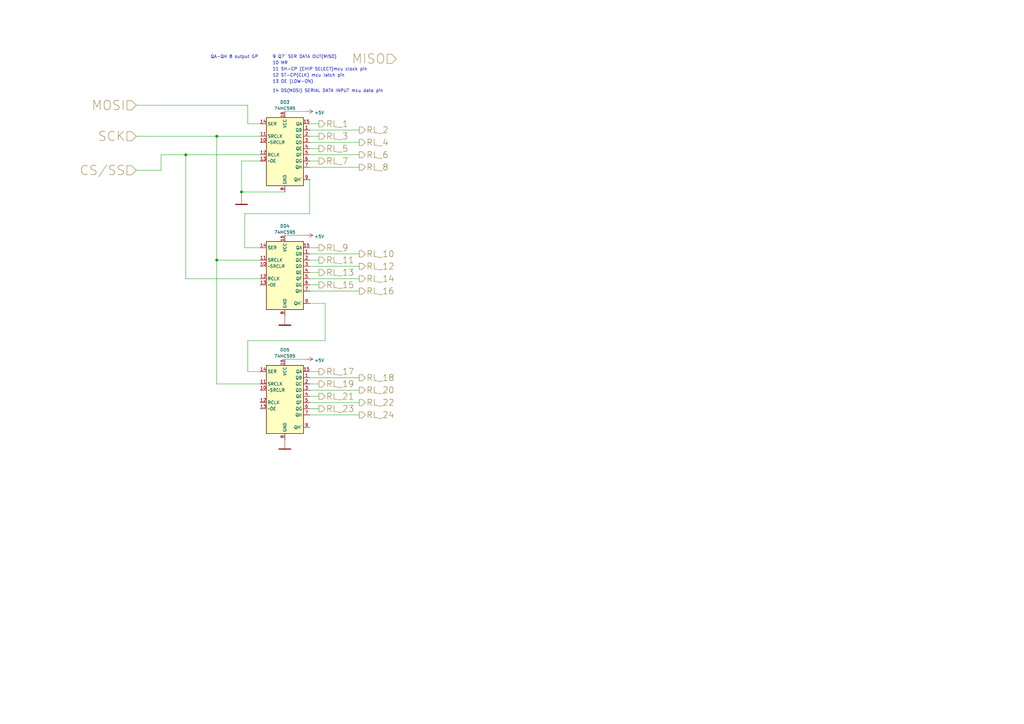
<source format=kicad_sch>
(kicad_sch (version 20210621) (generator eeschema)

  (uuid f3e9d218-bfa9-47e0-86eb-88e767012ce2)

  (paper "A3")

  (lib_symbols
    (symbol "[LTM][Power]:GND" (power) (pin_numbers hide) (pin_names (offset 0) hide) (in_bom yes) (on_board yes)
      (property "Reference" "#PWR" (id 0) (at 0 1.27 0)
        (effects (font (size 1.524 1.524)) hide)
      )
      (property "Value" "GND" (id 1) (at 0 -6.35 0)
        (effects (font (size 2.54 2.54) italic) hide)
      )
      (property "Footprint" "" (id 2) (at 0 0 0)
        (effects (font (size 1.524 1.524)))
      )
      (property "Datasheet" "" (id 3) (at 0 0 0)
        (effects (font (size 1.524 1.524)) hide)
      )
      (symbol "GND_0_1"
        (rectangle (start -2.4892 -3.683) (end 2.4892 -3.9878)
          (stroke (width 0)) (fill (type outline))
        )
        (polyline
          (pts
            (xy 0 0)
            (xy 0 -3.81)
          )
          (stroke (width 0)) (fill (type none))
        )
      )
      (symbol "GND_1_1"
        (pin power_in line (at 0 0 270) (length 0) hide
          (name "GND" (effects (font (size 1.27 1.27))))
          (number "1" (effects (font (size 1.27 1.27))))
        )
      )
    )
    (symbol "my_Library:74HC595" (in_bom yes) (on_board yes)
      (property "Reference" "DD" (id 0) (at 0 19.05 0)
        (effects (font (size 1.27 1.27)))
      )
      (property "Value" "74HC595" (id 1) (at 0 16.51 0)
        (effects (font (size 1.27 1.27)))
      )
      (property "Footprint" "my_Library_ftprint:DIP-16_W7.62mm_Socket_LongPads" (id 2) (at 0 0 0)
        (effects (font (size 1.27 1.27)) hide)
      )
      (property "Datasheet" "http://www.ti.com/lit/ds/symlink/sn74hc595.pdf" (id 3) (at 0 0 0)
        (effects (font (size 1.27 1.27)) hide)
      )
      (property "ki_keywords" "HCMOS SR 3State" (id 4) (at 0 0 0)
        (effects (font (size 1.27 1.27)) hide)
      )
      (property "ki_description" "8-bit serial in/out Shift Register 3-State Outputs" (id 5) (at 0 0 0)
        (effects (font (size 1.27 1.27)) hide)
      )
      (property "ki_fp_filters" "DIP*W7.62mm* SOIC*3.9x9.9mm*P1.27mm* TSSOP*4.4x5mm*P0.65mm* SOIC*5.3x10.2mm*P1.27mm* SOIC*7.5x10.3mm*P1.27mm*" (id 6) (at 0 0 0)
        (effects (font (size 1.27 1.27)) hide)
      )
      (symbol "74HC595_1_0"
        (pin tri_state line (at 10.16 7.62 180) (length 2.54)
          (name "QB" (effects (font (size 1.27 1.27))))
          (number "1" (effects (font (size 1.27 1.27))))
        )
        (pin input line (at -10.16 2.54 0) (length 2.54)
          (name "~SRCLR" (effects (font (size 1.27 1.27))))
          (number "10" (effects (font (size 1.27 1.27))))
        )
        (pin input line (at -10.16 5.08 0) (length 2.54)
          (name "SRCLK" (effects (font (size 1.27 1.27))))
          (number "11" (effects (font (size 1.27 1.27))))
        )
        (pin input line (at -10.16 -2.54 0) (length 2.54)
          (name "RCLK" (effects (font (size 1.27 1.27))))
          (number "12" (effects (font (size 1.27 1.27))))
        )
        (pin input line (at -10.16 -5.08 0) (length 2.54)
          (name "~OE" (effects (font (size 1.27 1.27))))
          (number "13" (effects (font (size 1.27 1.27))))
        )
        (pin input line (at -10.16 10.16 0) (length 2.54)
          (name "SER" (effects (font (size 1.27 1.27))))
          (number "14" (effects (font (size 1.27 1.27))))
        )
        (pin tri_state line (at 10.16 10.16 180) (length 2.54)
          (name "QA" (effects (font (size 1.27 1.27))))
          (number "15" (effects (font (size 1.27 1.27))))
        )
        (pin power_in line (at 0 15.24 270) (length 2.54)
          (name "VCC" (effects (font (size 1.27 1.27))))
          (number "16" (effects (font (size 1.27 1.27))))
        )
        (pin tri_state line (at 10.16 5.08 180) (length 2.54)
          (name "QC" (effects (font (size 1.27 1.27))))
          (number "2" (effects (font (size 1.27 1.27))))
        )
        (pin tri_state line (at 10.16 2.54 180) (length 2.54)
          (name "QD" (effects (font (size 1.27 1.27))))
          (number "3" (effects (font (size 1.27 1.27))))
        )
        (pin tri_state line (at 10.16 0 180) (length 2.54)
          (name "QE" (effects (font (size 1.27 1.27))))
          (number "4" (effects (font (size 1.27 1.27))))
        )
        (pin tri_state line (at 10.16 -2.54 180) (length 2.54)
          (name "QF" (effects (font (size 1.27 1.27))))
          (number "5" (effects (font (size 1.27 1.27))))
        )
        (pin tri_state line (at 10.16 -5.08 180) (length 2.54)
          (name "QG" (effects (font (size 1.27 1.27))))
          (number "6" (effects (font (size 1.27 1.27))))
        )
        (pin tri_state line (at 10.16 -7.62 180) (length 2.54)
          (name "QH" (effects (font (size 1.27 1.27))))
          (number "7" (effects (font (size 1.27 1.27))))
        )
        (pin power_in line (at 0 -17.78 90) (length 2.54)
          (name "GND" (effects (font (size 1.27 1.27))))
          (number "8" (effects (font (size 1.27 1.27))))
        )
        (pin output line (at 10.16 -12.7 180) (length 2.54)
          (name "QH'" (effects (font (size 1.27 1.27))))
          (number "9" (effects (font (size 1.27 1.27))))
        )
      )
      (symbol "74HC595_1_1"
        (rectangle (start -7.62 12.7) (end 7.62 -15.24)
          (stroke (width 0.254)) (fill (type background))
        )
      )
    )
    (symbol "power:+5V" (power) (pin_names (offset 0)) (in_bom yes) (on_board yes)
      (property "Reference" "#PWR" (id 0) (at 0 -3.81 0)
        (effects (font (size 1.27 1.27)) hide)
      )
      (property "Value" "+5V" (id 1) (at 0 3.556 0)
        (effects (font (size 1.27 1.27)))
      )
      (property "Footprint" "" (id 2) (at 0 0 0)
        (effects (font (size 1.27 1.27)) hide)
      )
      (property "Datasheet" "" (id 3) (at 0 0 0)
        (effects (font (size 1.27 1.27)) hide)
      )
      (property "ki_keywords" "power-flag" (id 4) (at 0 0 0)
        (effects (font (size 1.27 1.27)) hide)
      )
      (property "ki_description" "Power symbol creates a global label with name \"+5V\"" (id 5) (at 0 0 0)
        (effects (font (size 1.27 1.27)) hide)
      )
      (symbol "+5V_0_1"
        (polyline
          (pts
            (xy -0.762 1.27)
            (xy 0 2.54)
          )
          (stroke (width 0)) (fill (type none))
        )
        (polyline
          (pts
            (xy 0 0)
            (xy 0 2.54)
          )
          (stroke (width 0)) (fill (type none))
        )
        (polyline
          (pts
            (xy 0 2.54)
            (xy 0.762 1.27)
          )
          (stroke (width 0)) (fill (type none))
        )
      )
      (symbol "+5V_1_1"
        (pin power_in line (at 0 0 90) (length 0) hide
          (name "+5V" (effects (font (size 1.27 1.27))))
          (number "1" (effects (font (size 1.27 1.27))))
        )
      )
    )
  )

  (junction (at 76.2 63.5) (diameter 1.016) (color 0 0 0 0))
  (junction (at 88.9 55.88) (diameter 1.016) (color 0 0 0 0))
  (junction (at 88.9 106.68) (diameter 1.016) (color 0 0 0 0))
  (junction (at 99.06 78.74) (diameter 1.016) (color 0 0 0 0))

  (wire (pts (xy 55.88 43.18) (xy 101.6 43.18))
    (stroke (width 0) (type solid) (color 0 0 0 0))
    (uuid d0c3b84a-499a-40be-950c-a8d77fcbc047)
  )
  (wire (pts (xy 55.88 55.88) (xy 88.9 55.88))
    (stroke (width 0) (type solid) (color 0 0 0 0))
    (uuid c970506d-5dcb-4a17-af73-e3a70a931e5a)
  )
  (wire (pts (xy 55.88 69.85) (xy 66.04 69.85))
    (stroke (width 0) (type solid) (color 0 0 0 0))
    (uuid e863bb6f-cdad-4231-92a8-e107067b3fda)
  )
  (wire (pts (xy 66.04 63.5) (xy 66.04 69.85))
    (stroke (width 0) (type solid) (color 0 0 0 0))
    (uuid e863bb6f-cdad-4231-92a8-e107067b3fda)
  )
  (wire (pts (xy 76.2 63.5) (xy 66.04 63.5))
    (stroke (width 0) (type solid) (color 0 0 0 0))
    (uuid 3410836d-743a-4730-9e6b-508c7a36f56b)
  )
  (wire (pts (xy 76.2 63.5) (xy 76.2 114.3))
    (stroke (width 0) (type solid) (color 0 0 0 0))
    (uuid 5f2ce5ae-a6e2-439e-bca2-a14c877a8d16)
  )
  (wire (pts (xy 76.2 114.3) (xy 106.68 114.3))
    (stroke (width 0) (type solid) (color 0 0 0 0))
    (uuid 5f2ce5ae-a6e2-439e-bca2-a14c877a8d16)
  )
  (wire (pts (xy 88.9 55.88) (xy 88.9 106.68))
    (stroke (width 0) (type solid) (color 0 0 0 0))
    (uuid aaff0f9a-a3ec-4e26-95ba-30dc14da5f15)
  )
  (wire (pts (xy 88.9 55.88) (xy 106.68 55.88))
    (stroke (width 0) (type solid) (color 0 0 0 0))
    (uuid c970506d-5dcb-4a17-af73-e3a70a931e5a)
  )
  (wire (pts (xy 88.9 106.68) (xy 88.9 157.48))
    (stroke (width 0) (type solid) (color 0 0 0 0))
    (uuid 7d1322fe-7a9b-4974-b780-ad66de30368d)
  )
  (wire (pts (xy 88.9 106.68) (xy 106.68 106.68))
    (stroke (width 0) (type solid) (color 0 0 0 0))
    (uuid aaff0f9a-a3ec-4e26-95ba-30dc14da5f15)
  )
  (wire (pts (xy 88.9 157.48) (xy 106.68 157.48))
    (stroke (width 0) (type solid) (color 0 0 0 0))
    (uuid 7d1322fe-7a9b-4974-b780-ad66de30368d)
  )
  (wire (pts (xy 99.06 66.04) (xy 99.06 78.74))
    (stroke (width 0) (type solid) (color 0 0 0 0))
    (uuid d72e4527-46de-4374-8887-0ae2f1226920)
  )
  (wire (pts (xy 99.06 78.74) (xy 99.06 80.01))
    (stroke (width 0) (type solid) (color 0 0 0 0))
    (uuid d72e4527-46de-4374-8887-0ae2f1226920)
  )
  (wire (pts (xy 99.06 78.74) (xy 116.84 78.74))
    (stroke (width 0) (type solid) (color 0 0 0 0))
    (uuid b35db7d5-4699-41f5-b2a8-cbb39539178c)
  )
  (wire (pts (xy 100.33 87.63) (xy 100.33 101.6))
    (stroke (width 0) (type solid) (color 0 0 0 0))
    (uuid 7cc71f8d-1892-466f-a84e-be98c1a09980)
  )
  (wire (pts (xy 100.33 87.63) (xy 127 87.63))
    (stroke (width 0) (type solid) (color 0 0 0 0))
    (uuid a360568a-a883-4be3-b5fb-a54d432bbcb6)
  )
  (wire (pts (xy 100.33 101.6) (xy 106.68 101.6))
    (stroke (width 0) (type solid) (color 0 0 0 0))
    (uuid d154373a-5f86-47b4-83a1-2b7d756b18b1)
  )
  (wire (pts (xy 101.6 43.18) (xy 101.6 50.8))
    (stroke (width 0) (type solid) (color 0 0 0 0))
    (uuid d0c3b84a-499a-40be-950c-a8d77fcbc047)
  )
  (wire (pts (xy 101.6 50.8) (xy 106.68 50.8))
    (stroke (width 0) (type solid) (color 0 0 0 0))
    (uuid d0c3b84a-499a-40be-950c-a8d77fcbc047)
  )
  (wire (pts (xy 101.6 139.7) (xy 101.6 152.4))
    (stroke (width 0) (type solid) (color 0 0 0 0))
    (uuid 0be76d90-77c0-42ce-b99a-c108d15fc0c0)
  )
  (wire (pts (xy 101.6 152.4) (xy 106.68 152.4))
    (stroke (width 0) (type solid) (color 0 0 0 0))
    (uuid 0be76d90-77c0-42ce-b99a-c108d15fc0c0)
  )
  (wire (pts (xy 106.68 63.5) (xy 76.2 63.5))
    (stroke (width 0) (type solid) (color 0 0 0 0))
    (uuid 3410836d-743a-4730-9e6b-508c7a36f56b)
  )
  (wire (pts (xy 106.68 66.04) (xy 99.06 66.04))
    (stroke (width 0) (type solid) (color 0 0 0 0))
    (uuid d72e4527-46de-4374-8887-0ae2f1226920)
  )
  (wire (pts (xy 116.84 45.72) (xy 125.73 45.72))
    (stroke (width 0) (type solid) (color 0 0 0 0))
    (uuid a3eabdb4-06dc-4352-8991-1399e4e7e04c)
  )
  (wire (pts (xy 116.84 96.52) (xy 125.73 96.52))
    (stroke (width 0) (type solid) (color 0 0 0 0))
    (uuid 868964f3-1cd2-4df3-a0c7-40bcf25507f1)
  )
  (wire (pts (xy 116.84 147.32) (xy 125.73 147.32))
    (stroke (width 0) (type solid) (color 0 0 0 0))
    (uuid 075aaf6c-8fbe-400a-bd4e-d48fdd1ba075)
  )
  (wire (pts (xy 127 50.8) (xy 130.81 50.8))
    (stroke (width 0) (type solid) (color 0 0 0 0))
    (uuid a48ea6dd-21eb-41fd-9dc7-f8b76e7d92e5)
  )
  (wire (pts (xy 127 53.34) (xy 147.32 53.34))
    (stroke (width 0) (type solid) (color 0 0 0 0))
    (uuid 4d10af38-6cc1-4a4d-82bb-b99acf899819)
  )
  (wire (pts (xy 127 55.88) (xy 130.81 55.88))
    (stroke (width 0) (type solid) (color 0 0 0 0))
    (uuid 13a3a6e8-44c6-4e4f-b9d7-622c1c08d758)
  )
  (wire (pts (xy 127 58.42) (xy 147.32 58.42))
    (stroke (width 0) (type solid) (color 0 0 0 0))
    (uuid aa1e8fd0-9be1-447c-b7a2-5b3294dd983e)
  )
  (wire (pts (xy 127 60.96) (xy 130.81 60.96))
    (stroke (width 0) (type solid) (color 0 0 0 0))
    (uuid 84464536-db26-4624-92f1-49830602cda5)
  )
  (wire (pts (xy 127 63.5) (xy 147.32 63.5))
    (stroke (width 0) (type solid) (color 0 0 0 0))
    (uuid 270e7ce9-3c9c-473f-a37b-d86bf6d1f40a)
  )
  (wire (pts (xy 127 66.04) (xy 130.81 66.04))
    (stroke (width 0) (type solid) (color 0 0 0 0))
    (uuid 897c3102-d52f-478e-a09c-527bb1ca95b2)
  )
  (wire (pts (xy 127 68.58) (xy 147.32 68.58))
    (stroke (width 0) (type solid) (color 0 0 0 0))
    (uuid bf740da8-f138-4c49-909b-50189e464bbc)
  )
  (wire (pts (xy 127 73.66) (xy 127 87.63))
    (stroke (width 0) (type solid) (color 0 0 0 0))
    (uuid a360568a-a883-4be3-b5fb-a54d432bbcb6)
  )
  (wire (pts (xy 127 101.6) (xy 130.81 101.6))
    (stroke (width 0) (type solid) (color 0 0 0 0))
    (uuid fa1522e6-609e-4bcb-be9b-d620c20ffebf)
  )
  (wire (pts (xy 127 104.14) (xy 147.32 104.14))
    (stroke (width 0) (type solid) (color 0 0 0 0))
    (uuid 7add41fc-b16c-4254-891d-b416432f36f1)
  )
  (wire (pts (xy 127 106.68) (xy 130.81 106.68))
    (stroke (width 0) (type solid) (color 0 0 0 0))
    (uuid dabd554c-a46b-4838-8807-158f208c85ae)
  )
  (wire (pts (xy 127 109.22) (xy 147.32 109.22))
    (stroke (width 0) (type solid) (color 0 0 0 0))
    (uuid 9d4fba5f-6acc-4fd9-b997-6eb8767b56b6)
  )
  (wire (pts (xy 127 111.76) (xy 130.81 111.76))
    (stroke (width 0) (type solid) (color 0 0 0 0))
    (uuid 26f0d96c-bd73-487c-84c2-f59d26a88d93)
  )
  (wire (pts (xy 127 114.3) (xy 147.32 114.3))
    (stroke (width 0) (type solid) (color 0 0 0 0))
    (uuid fa427db4-734a-40cf-8d1b-3c004d8ba68a)
  )
  (wire (pts (xy 127 116.84) (xy 130.81 116.84))
    (stroke (width 0) (type solid) (color 0 0 0 0))
    (uuid 33c562c2-bf81-475e-a4b4-51cd5290641b)
  )
  (wire (pts (xy 127 119.38) (xy 147.32 119.38))
    (stroke (width 0) (type solid) (color 0 0 0 0))
    (uuid 792578a8-c5ea-441d-823a-a2814764c45c)
  )
  (wire (pts (xy 127 124.46) (xy 133.35 124.46))
    (stroke (width 0) (type solid) (color 0 0 0 0))
    (uuid 0be76d90-77c0-42ce-b99a-c108d15fc0c0)
  )
  (wire (pts (xy 127 152.4) (xy 130.81 152.4))
    (stroke (width 0) (type solid) (color 0 0 0 0))
    (uuid c3490dd9-85f4-46af-8c8b-16c1180d83a5)
  )
  (wire (pts (xy 127 154.94) (xy 147.32 154.94))
    (stroke (width 0) (type solid) (color 0 0 0 0))
    (uuid 2aa04d52-624b-4e78-a95b-780466ad9203)
  )
  (wire (pts (xy 127 157.48) (xy 130.81 157.48))
    (stroke (width 0) (type solid) (color 0 0 0 0))
    (uuid bfbfc3e3-c0ef-40d5-a489-7b0b324c9030)
  )
  (wire (pts (xy 127 160.02) (xy 147.32 160.02))
    (stroke (width 0) (type solid) (color 0 0 0 0))
    (uuid 4922e939-dff0-4f9e-92bb-a902a06ef173)
  )
  (wire (pts (xy 127 162.56) (xy 130.81 162.56))
    (stroke (width 0) (type solid) (color 0 0 0 0))
    (uuid 9b15d3dd-00ef-4602-8516-26e53cfbb52f)
  )
  (wire (pts (xy 127 165.1) (xy 147.32 165.1))
    (stroke (width 0) (type solid) (color 0 0 0 0))
    (uuid eaa2b966-d847-4fef-97b1-149d874c473c)
  )
  (wire (pts (xy 127 167.64) (xy 130.81 167.64))
    (stroke (width 0) (type solid) (color 0 0 0 0))
    (uuid 5a3e515b-0d86-49eb-9bbe-450533da2a0e)
  )
  (wire (pts (xy 127 170.18) (xy 147.32 170.18))
    (stroke (width 0) (type solid) (color 0 0 0 0))
    (uuid fe624995-ed24-448b-aef6-0b49f93cb80b)
  )
  (wire (pts (xy 133.35 124.46) (xy 133.35 139.7))
    (stroke (width 0) (type solid) (color 0 0 0 0))
    (uuid 0be76d90-77c0-42ce-b99a-c108d15fc0c0)
  )
  (wire (pts (xy 133.35 139.7) (xy 101.6 139.7))
    (stroke (width 0) (type solid) (color 0 0 0 0))
    (uuid 0be76d90-77c0-42ce-b99a-c108d15fc0c0)
  )

  (text "QA-QH 8 output GP" (at 86.36 24.13 0)
    (effects (font (size 1.27 1.27)) (justify left bottom))
    (uuid 80f09846-5f70-4e31-972f-455495216e87)
  )
  (text "9 Q7' SER DATA OUT(MISO)" (at 111.76 24.13 0)
    (effects (font (size 1.27 1.27)) (justify left bottom))
    (uuid 869aa4db-4455-4ed2-9267-bcd025124b32)
  )
  (text "10 MR" (at 111.76 26.67 0)
    (effects (font (size 1.27 1.27)) (justify left bottom))
    (uuid a1f13f0f-69bd-4568-8f62-f04e52be0cd8)
  )
  (text "11 SH-CP (CHIP SELECT)mcu clock pin" (at 111.76 29.21 0)
    (effects (font (size 1.27 1.27)) (justify left bottom))
    (uuid 4d96845f-c9bb-4edf-94e0-deed610f2f39)
  )
  (text "12 ST-CP(CLK) mcu latch pin" (at 111.76 31.75 0)
    (effects (font (size 1.27 1.27)) (justify left bottom))
    (uuid 2807d9f6-8e02-4b6b-94ac-72b3d2e25b52)
  )
  (text "13 OE (LOW-ON)" (at 111.76 34.29 0)
    (effects (font (size 1.27 1.27)) (justify left bottom))
    (uuid 72a97262-4c81-4421-bce6-faf540dd31a4)
  )
  (text "14 DS(MOSI) SERIAL DATA INPUT mcu data pin" (at 111.76 38.1 0)
    (effects (font (size 1.27 1.27)) (justify left bottom))
    (uuid 8f52bec4-9b80-4c6b-b5fb-a1b76fc161b7)
  )

  (hierarchical_label "MOSI" (shape input) (at 55.88 43.18 180)
    (effects (font (size 3.81 3.81)) (justify right))
    (uuid 44c2bc6e-7a0d-4100-91ef-dd822866c5b3)
  )
  (hierarchical_label "SCK" (shape input) (at 55.88 55.88 180)
    (effects (font (size 3.81 3.81)) (justify right))
    (uuid a906b3c5-5c2f-49d5-98b2-2fb7da77f75f)
  )
  (hierarchical_label "CS{slash}SS" (shape input) (at 55.88 69.85 180)
    (effects (font (size 3.81 3.81)) (justify right))
    (uuid 99b21892-6e60-492f-b2ec-626599bf800c)
  )
  (hierarchical_label "RL_1" (shape output) (at 130.81 50.8 0)
    (effects (font (size 2.54 2.54)) (justify left))
    (uuid 39500142-2aaa-483e-b2a6-83b52a02f5da)
  )
  (hierarchical_label "RL_3" (shape output) (at 130.81 55.88 0)
    (effects (font (size 2.54 2.54)) (justify left))
    (uuid aa6baade-e91d-492c-b6e4-c036d8ec208c)
  )
  (hierarchical_label "RL_5" (shape output) (at 130.81 60.96 0)
    (effects (font (size 2.54 2.54)) (justify left))
    (uuid b0a9b8ef-4761-4cfb-8943-ac39f67feb5a)
  )
  (hierarchical_label "RL_7" (shape output) (at 130.81 66.04 0)
    (effects (font (size 2.54 2.54)) (justify left))
    (uuid 0352cc75-9274-45f8-ad82-0306dddeaea3)
  )
  (hierarchical_label "RL_9" (shape output) (at 130.81 101.6 0)
    (effects (font (size 2.54 2.54)) (justify left))
    (uuid 02ca892f-11a6-4ebb-9694-e928fe67a126)
  )
  (hierarchical_label "RL_11" (shape output) (at 130.81 106.68 0)
    (effects (font (size 2.54 2.54)) (justify left))
    (uuid 2d721a57-b6cb-4441-81e0-6088155fc7e2)
  )
  (hierarchical_label "RL_13" (shape output) (at 130.81 111.76 0)
    (effects (font (size 2.54 2.54)) (justify left))
    (uuid e7c238f3-68b6-4b56-a892-5defdd0a490d)
  )
  (hierarchical_label "RL_15" (shape output) (at 130.81 116.84 0)
    (effects (font (size 2.54 2.54)) (justify left))
    (uuid d67ef5dd-7513-4aad-8c5f-2dd2c984f937)
  )
  (hierarchical_label "RL_17" (shape output) (at 130.81 152.4 0)
    (effects (font (size 2.54 2.54)) (justify left))
    (uuid b1eadaf1-3cd3-4fcd-8317-948177c8cf42)
  )
  (hierarchical_label "RL_19" (shape output) (at 130.81 157.48 0)
    (effects (font (size 2.54 2.54)) (justify left))
    (uuid 179042de-4bb5-4163-b02a-5b695053ad58)
  )
  (hierarchical_label "RL_21" (shape output) (at 130.81 162.56 0)
    (effects (font (size 2.54 2.54)) (justify left))
    (uuid 424e76df-5f7a-4cf8-8e59-8c535895be1f)
  )
  (hierarchical_label "RL_23" (shape output) (at 130.81 167.64 0)
    (effects (font (size 2.54 2.54)) (justify left))
    (uuid 2de005c1-3e78-401e-8157-67002b1b69ac)
  )
  (hierarchical_label "RL_2" (shape output) (at 147.32 53.34 0)
    (effects (font (size 2.54 2.54)) (justify left))
    (uuid 1bcbf55d-685e-405d-9d54-c7d2b0c5b9ce)
  )
  (hierarchical_label "RL_4" (shape output) (at 147.32 58.42 0)
    (effects (font (size 2.54 2.54)) (justify left))
    (uuid 1b9014f4-8c0f-44e1-a04a-44cfb94dd0f1)
  )
  (hierarchical_label "RL_6" (shape output) (at 147.32 63.5 0)
    (effects (font (size 2.54 2.54)) (justify left))
    (uuid adc90fbc-ff04-4130-a497-1bbb8bbc5126)
  )
  (hierarchical_label "RL_8" (shape output) (at 147.32 68.58 0)
    (effects (font (size 2.54 2.54)) (justify left))
    (uuid de71ea69-435d-4992-b853-12fb84506cee)
  )
  (hierarchical_label "RL_10" (shape output) (at 147.32 104.14 0)
    (effects (font (size 2.54 2.54)) (justify left))
    (uuid e503adb3-2a6b-4f34-a83a-4fee91cbffb7)
  )
  (hierarchical_label "RL_12" (shape output) (at 147.32 109.22 0)
    (effects (font (size 2.54 2.54)) (justify left))
    (uuid 4cf7c313-f9ec-49c4-8250-5061d9bcf97f)
  )
  (hierarchical_label "RL_14" (shape output) (at 147.32 114.3 0)
    (effects (font (size 2.54 2.54)) (justify left))
    (uuid af39999a-25f5-4a4c-a0eb-7ab7230f0e9f)
  )
  (hierarchical_label "RL_16" (shape output) (at 147.32 119.38 0)
    (effects (font (size 2.54 2.54)) (justify left))
    (uuid 2a61f0f2-a064-4291-9b23-4e31131de45a)
  )
  (hierarchical_label "RL_18" (shape output) (at 147.32 154.94 0)
    (effects (font (size 2.54 2.54)) (justify left))
    (uuid d8934fd9-9020-4169-a4d1-aed5e61cf6c6)
  )
  (hierarchical_label "RL_20" (shape output) (at 147.32 160.02 0)
    (effects (font (size 2.54 2.54)) (justify left))
    (uuid 0d40686c-aceb-47e6-9cf3-90b91e111287)
  )
  (hierarchical_label "RL_22" (shape output) (at 147.32 165.1 0)
    (effects (font (size 2.54 2.54)) (justify left))
    (uuid 80f3bcd4-5855-4f30-b784-34de7f67a567)
  )
  (hierarchical_label "RL_24" (shape output) (at 147.32 170.18 0)
    (effects (font (size 2.54 2.54)) (justify left))
    (uuid a8b9d8d3-b109-435c-8029-ad207770b8fb)
  )
  (hierarchical_label "MISO" (shape input) (at 162.56 24.13 180)
    (effects (font (size 3.81 3.81)) (justify right))
    (uuid aa421ddd-e3dd-4c1c-b913-7e1511eccecb)
  )

  (symbol (lib_id "power:+5V") (at 125.73 45.72 270) (unit 1)
    (in_bom yes) (on_board yes) (fields_autoplaced)
    (uuid f0226d06-3d73-43df-897f-d3ad0d0d8c33)
    (property "Reference" "#PWR016" (id 0) (at 121.92 45.72 0)
      (effects (font (size 1.27 1.27)) hide)
    )
    (property "Value" "+5V" (id 1) (at 128.9051 46.199 90)
      (effects (font (size 1.27 1.27)) (justify left))
    )
    (property "Footprint" "" (id 2) (at 125.73 45.72 0)
      (effects (font (size 1.27 1.27)) hide)
    )
    (property "Datasheet" "" (id 3) (at 125.73 45.72 0)
      (effects (font (size 1.27 1.27)) hide)
    )
    (pin "1" (uuid 297535c7-4441-4444-b376-2a48d92bfb0b))
  )

  (symbol (lib_id "power:+5V") (at 125.73 96.52 270) (unit 1)
    (in_bom yes) (on_board yes) (fields_autoplaced)
    (uuid 911a141d-b339-46e2-b4ec-fc5029ea1474)
    (property "Reference" "#PWR017" (id 0) (at 121.92 96.52 0)
      (effects (font (size 1.27 1.27)) hide)
    )
    (property "Value" "+5V" (id 1) (at 128.9051 96.999 90)
      (effects (font (size 1.27 1.27)) (justify left))
    )
    (property "Footprint" "" (id 2) (at 125.73 96.52 0)
      (effects (font (size 1.27 1.27)) hide)
    )
    (property "Datasheet" "" (id 3) (at 125.73 96.52 0)
      (effects (font (size 1.27 1.27)) hide)
    )
    (pin "1" (uuid 09ea96dc-5ac8-4170-bf9a-daf8ef868904))
  )

  (symbol (lib_id "power:+5V") (at 125.73 147.32 270) (unit 1)
    (in_bom yes) (on_board yes) (fields_autoplaced)
    (uuid 646e0b18-e2a2-4054-af41-c4512c5512ea)
    (property "Reference" "#PWR018" (id 0) (at 121.92 147.32 0)
      (effects (font (size 1.27 1.27)) hide)
    )
    (property "Value" "+5V" (id 1) (at 128.9051 147.799 90)
      (effects (font (size 1.27 1.27)) (justify left))
    )
    (property "Footprint" "" (id 2) (at 125.73 147.32 0)
      (effects (font (size 1.27 1.27)) hide)
    )
    (property "Datasheet" "" (id 3) (at 125.73 147.32 0)
      (effects (font (size 1.27 1.27)) hide)
    )
    (pin "1" (uuid ca1b29d2-95ff-4dc8-8e8a-0931580995e8))
  )

  (symbol (lib_id "[LTM][Power]:GND") (at 99.06 80.01 0) (unit 1)
    (in_bom yes) (on_board yes) (fields_autoplaced)
    (uuid 97b859ad-f4ea-4830-b8af-347874e2bdc3)
    (property "Reference" "#PWR013" (id 0) (at 99.06 78.74 0)
      (effects (font (size 1.524 1.524)) hide)
    )
    (property "Value" "Earth" (id 1) (at 99.06 87.63 0)
      (effects (font (size 2.0066 2.0066)) hide)
    )
    (property "Footprint" "" (id 2) (at 99.06 80.01 0)
      (effects (font (size 1.524 1.524)))
    )
    (property "Datasheet" "" (id 3) (at 99.06 80.01 0)
      (effects (font (size 1.524 1.524)) hide)
    )
    (pin "1" (uuid e8478f78-6947-4e62-86d7-6357368b4e1a))
  )

  (symbol (lib_id "[LTM][Power]:GND") (at 116.84 129.54 0) (unit 1)
    (in_bom yes) (on_board yes) (fields_autoplaced)
    (uuid 3c1e6fa3-324c-48fb-9bf3-7cc45be5ba0c)
    (property "Reference" "#PWR014" (id 0) (at 116.84 128.27 0)
      (effects (font (size 1.524 1.524)) hide)
    )
    (property "Value" "Earth" (id 1) (at 116.84 137.16 0)
      (effects (font (size 2.0066 2.0066)) hide)
    )
    (property "Footprint" "" (id 2) (at 116.84 129.54 0)
      (effects (font (size 1.524 1.524)))
    )
    (property "Datasheet" "" (id 3) (at 116.84 129.54 0)
      (effects (font (size 1.524 1.524)) hide)
    )
    (pin "1" (uuid d5e129bb-3236-4494-b0f2-edc11b82edae))
  )

  (symbol (lib_id "[LTM][Power]:GND") (at 116.84 180.34 0) (unit 1)
    (in_bom yes) (on_board yes) (fields_autoplaced)
    (uuid 466ea396-ce3d-433d-9a71-7cc5536c5f95)
    (property "Reference" "#PWR015" (id 0) (at 116.84 179.07 0)
      (effects (font (size 1.524 1.524)) hide)
    )
    (property "Value" "Earth" (id 1) (at 116.84 187.96 0)
      (effects (font (size 2.0066 2.0066)) hide)
    )
    (property "Footprint" "" (id 2) (at 116.84 180.34 0)
      (effects (font (size 1.524 1.524)))
    )
    (property "Datasheet" "" (id 3) (at 116.84 180.34 0)
      (effects (font (size 1.524 1.524)) hide)
    )
    (pin "1" (uuid 45503e2d-2085-4f8a-9af2-30e550ad4121))
  )

  (symbol (lib_id "my_Library:74HC595") (at 116.84 60.96 0) (unit 1)
    (in_bom yes) (on_board yes) (fields_autoplaced)
    (uuid e85be47c-caff-4854-9771-4e02a8934051)
    (property "Reference" "DD3" (id 0) (at 116.84 41.91 0))
    (property "Value" "74HC595" (id 1) (at 116.84 44.45 0))
    (property "Footprint" "my_Library_ftprint:DIP-16_W7.62mm_Socket_LongPads" (id 2) (at 116.84 60.96 0)
      (effects (font (size 1.27 1.27)) hide)
    )
    (property "Datasheet" "http://www.ti.com/lit/ds/symlink/sn74hc595.pdf" (id 3) (at 116.84 60.96 0)
      (effects (font (size 1.27 1.27)) hide)
    )
    (pin "1" (uuid 7589283d-e242-45a1-a7d3-b62cec80a61b))
    (pin "10" (uuid c9434d8f-0193-42e9-bd83-0f99a050a9c0))
    (pin "11" (uuid 62a9f3b0-5238-423c-a94a-aac68fc20567))
    (pin "12" (uuid 83554aed-81f5-475f-bad5-3656d7850f23))
    (pin "13" (uuid e402be13-aa89-4f14-b261-b4501bcd9d0d))
    (pin "14" (uuid ce87a639-515e-4a53-a5c9-d4df079e7ca8))
    (pin "15" (uuid e92c59c9-a577-4f23-8ba8-de0cbdd1ffb4))
    (pin "16" (uuid 75b008f1-6e52-4733-97c2-f65d3c0ccfb6))
    (pin "2" (uuid 099c52b6-9b0b-4cf4-b052-95ef2bf97da6))
    (pin "3" (uuid 65f634e5-5f58-4a70-806a-409c29c8015c))
    (pin "4" (uuid c0d78013-09ae-4e0f-94e7-a95994cecb33))
    (pin "5" (uuid 04a054bf-d5b6-4c72-aed4-a23656bee92b))
    (pin "6" (uuid fef825cb-cc24-486a-9826-3e511496955a))
    (pin "7" (uuid 2b97e7ca-2fe9-4d16-b5b0-5efacfcfed0c))
    (pin "8" (uuid 8e004cc5-61e8-494c-aa81-55c2d102c4aa))
    (pin "9" (uuid bcb977ed-7451-44c3-bcf1-30dd6ff5b56f))
  )

  (symbol (lib_id "my_Library:74HC595") (at 116.84 111.76 0) (unit 1)
    (in_bom yes) (on_board yes) (fields_autoplaced)
    (uuid 25dc7f5e-ce1a-41a9-973e-8b9283c384f9)
    (property "Reference" "DD4" (id 0) (at 116.84 92.71 0))
    (property "Value" "74HC595" (id 1) (at 116.84 95.25 0))
    (property "Footprint" "my_Library_ftprint:DIP-16_W7.62mm_Socket_LongPads" (id 2) (at 116.84 111.76 0)
      (effects (font (size 1.27 1.27)) hide)
    )
    (property "Datasheet" "http://www.ti.com/lit/ds/symlink/sn74hc595.pdf" (id 3) (at 116.84 111.76 0)
      (effects (font (size 1.27 1.27)) hide)
    )
    (pin "1" (uuid b18abc9c-5cec-4c39-a403-b94167339677))
    (pin "10" (uuid 9e397745-c265-4dae-845d-aa8776c39c2b))
    (pin "11" (uuid 72ca3a05-aaab-43a7-87bc-fde0f7a0871d))
    (pin "12" (uuid ce9121e2-4d96-4408-883e-11e59dadcecc))
    (pin "13" (uuid 3bd12ca4-fc6d-4114-b02a-e296f63afa04))
    (pin "14" (uuid 3b1c02b8-7b22-4788-8077-fb78c8888173))
    (pin "15" (uuid 89d2fd89-fce8-4e3f-b389-e665cd1b9b10))
    (pin "16" (uuid 139bcedb-8058-4ff1-a4d2-fbcbc75bae2c))
    (pin "2" (uuid d0712d99-0812-47d6-bbec-980cb542a52a))
    (pin "3" (uuid cf2889df-88f9-4902-a79d-3cda8c06c558))
    (pin "4" (uuid 08a7e29f-347b-45bd-be19-7f9e198e82fd))
    (pin "5" (uuid 469944b1-14c7-49f9-839d-fa8e7f5a9b22))
    (pin "6" (uuid e6008bb7-19a7-4ecb-a468-abe93b287971))
    (pin "7" (uuid 82c115e0-e653-4de7-9162-1f445b874c78))
    (pin "8" (uuid 32d59017-66e2-4f84-b88b-39a87a14e93a))
    (pin "9" (uuid ec141a0d-3c6a-4755-a1c2-97b9a536fe29))
  )

  (symbol (lib_id "my_Library:74HC595") (at 116.84 162.56 0) (unit 1)
    (in_bom yes) (on_board yes) (fields_autoplaced)
    (uuid 0fe7c98b-0fb4-42f5-9147-267bdfb2203a)
    (property "Reference" "DD5" (id 0) (at 116.84 143.51 0))
    (property "Value" "74HC595" (id 1) (at 116.84 146.05 0))
    (property "Footprint" "my_Library_ftprint:DIP-16_W7.62mm_Socket_LongPads" (id 2) (at 116.84 162.56 0)
      (effects (font (size 1.27 1.27)) hide)
    )
    (property "Datasheet" "http://www.ti.com/lit/ds/symlink/sn74hc595.pdf" (id 3) (at 116.84 162.56 0)
      (effects (font (size 1.27 1.27)) hide)
    )
    (pin "1" (uuid 64000144-d1e6-4ea8-86eb-d48df7c48314))
    (pin "10" (uuid 7b013640-6347-4bdf-8534-4c62fdf61733))
    (pin "11" (uuid 1d43e304-fd50-4df4-b64a-55cede5613fd))
    (pin "12" (uuid 8cebd2fa-e134-475c-8530-8cb4e366d3e5))
    (pin "13" (uuid 9769f26d-7379-41a0-8166-b870cc0b723f))
    (pin "14" (uuid 9dc5ddd4-d98e-4f85-9665-d61fb00a5582))
    (pin "15" (uuid 411a6cb1-a8a5-49e4-8509-28368c05274a))
    (pin "16" (uuid 6d63d8fa-2c2e-4627-81da-db15e6bdecc0))
    (pin "2" (uuid 619ee7d0-b500-4582-92b1-f43acd416936))
    (pin "3" (uuid d15736b2-4508-43bf-85b4-4e9a5029c847))
    (pin "4" (uuid b7c5fd7a-347c-400a-ad9e-bf6f77b100e6))
    (pin "5" (uuid b4a5cffa-f972-4d2c-a7cc-a8415506b0ea))
    (pin "6" (uuid 541af478-53ba-4a2d-aed3-c63950e32b1e))
    (pin "7" (uuid 4c7cbed7-cd42-4e69-aded-f8cd0416197a))
    (pin "8" (uuid 5b931559-14a3-4c36-8edb-80b8596d2fa7))
    (pin "9" (uuid 35ca75a1-cc50-44bf-b865-36e9e4818020))
  )
)

</source>
